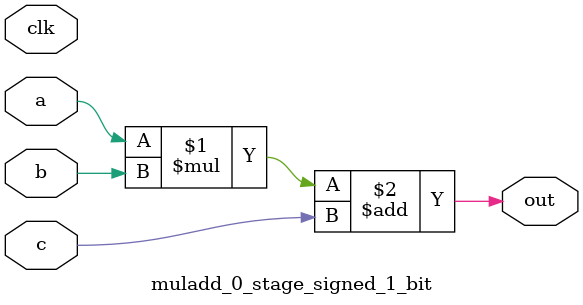
<source format=sv>
(* use_dsp = "yes" *) module muladd_0_stage_signed_1_bit(
	input signed [0:0] a,
	input signed [0:0] b,
	input signed [0:0] c,
	output [0:0] out,
	input clk);

	assign out = (a * b) + c;
endmodule

</source>
